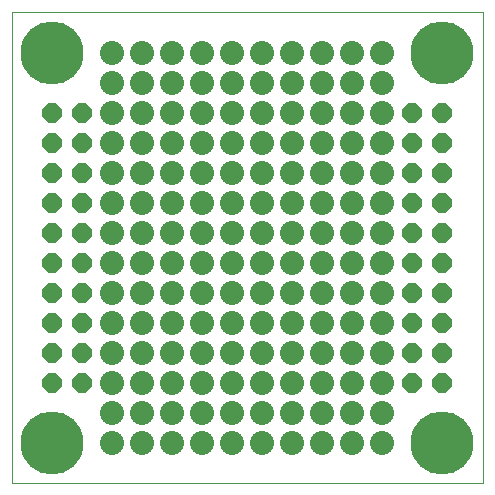
<source format=gbr>
G75*
%MOIN*%
%OFA0B0*%
%FSLAX24Y24*%
%IPPOS*%
%LPD*%
%AMOC8*
5,1,8,0,0,1.08239X$1,22.5*
%
%ADD10C,0.0010*%
%ADD11OC8,0.0640*%
%ADD12C,0.2100*%
%ADD13C,0.0800*%
D10*
X000160Y000160D02*
X000160Y015860D01*
X015860Y015860D01*
X015860Y000160D01*
X000160Y000160D01*
D11*
X001510Y003510D03*
X002510Y003510D03*
X002510Y004510D03*
X002510Y005510D03*
X002510Y006510D03*
X002510Y007510D03*
X001510Y007510D03*
X001510Y006510D03*
X001510Y005510D03*
X001510Y004510D03*
X001510Y008510D03*
X001510Y009510D03*
X001510Y010510D03*
X001510Y011510D03*
X002510Y011510D03*
X002510Y010510D03*
X002510Y009510D03*
X002510Y008510D03*
X002510Y012510D03*
X001510Y012510D03*
X013510Y012510D03*
X014510Y012510D03*
X014510Y011510D03*
X014510Y010510D03*
X014510Y009510D03*
X014510Y008510D03*
X013510Y008510D03*
X013510Y009510D03*
X013510Y010510D03*
X013510Y011510D03*
X013510Y007510D03*
X013510Y006510D03*
X013510Y005510D03*
X013510Y004510D03*
X014510Y004510D03*
X014510Y005510D03*
X014510Y006510D03*
X014510Y007510D03*
X014510Y003510D03*
X013510Y003510D03*
D12*
X014510Y001510D03*
X014510Y014510D03*
X001510Y014510D03*
X001510Y001510D03*
D13*
X003510Y001510D03*
X003510Y002510D03*
X003510Y003510D03*
X003510Y004510D03*
X003510Y005510D03*
X003510Y006510D03*
X003510Y007510D03*
X003510Y008510D03*
X003510Y009510D03*
X003510Y010510D03*
X003510Y011510D03*
X003510Y012510D03*
X003510Y013510D03*
X003510Y014510D03*
X004510Y014510D03*
X004510Y013510D03*
X004510Y012510D03*
X005510Y012510D03*
X005510Y013510D03*
X005510Y014510D03*
X006510Y014510D03*
X006510Y013510D03*
X006510Y012510D03*
X007510Y012510D03*
X007510Y013510D03*
X007510Y014510D03*
X008510Y014510D03*
X008510Y013510D03*
X008510Y012510D03*
X009510Y012510D03*
X009510Y013510D03*
X009510Y014510D03*
X010510Y014510D03*
X010510Y013510D03*
X010510Y012510D03*
X011510Y012510D03*
X011510Y013510D03*
X011510Y014510D03*
X012510Y014510D03*
X012510Y013510D03*
X012510Y012510D03*
X012510Y011510D03*
X012510Y010510D03*
X012510Y009510D03*
X012510Y008510D03*
X012510Y007510D03*
X012510Y006510D03*
X012510Y005510D03*
X012510Y004510D03*
X012510Y003510D03*
X012510Y002510D03*
X012510Y001510D03*
X011510Y001510D03*
X011510Y002510D03*
X011510Y003510D03*
X010510Y003510D03*
X010510Y002510D03*
X010510Y001510D03*
X009510Y001510D03*
X009510Y002510D03*
X009510Y003510D03*
X008510Y003510D03*
X008510Y002510D03*
X008510Y001510D03*
X007510Y001510D03*
X007510Y002510D03*
X007510Y003510D03*
X006510Y003510D03*
X006510Y002510D03*
X006510Y001510D03*
X005510Y001510D03*
X005510Y002510D03*
X005510Y003510D03*
X004510Y003510D03*
X004510Y002510D03*
X004510Y001510D03*
X004510Y004510D03*
X004510Y005510D03*
X004510Y006510D03*
X004510Y007510D03*
X005510Y007510D03*
X005510Y006510D03*
X005510Y005510D03*
X005510Y004510D03*
X006510Y004510D03*
X006510Y005510D03*
X006510Y006510D03*
X006510Y007510D03*
X007510Y007510D03*
X007510Y006510D03*
X007510Y005510D03*
X007510Y004510D03*
X008510Y004510D03*
X008510Y005510D03*
X008510Y006510D03*
X008510Y007510D03*
X009510Y007510D03*
X009510Y006510D03*
X009510Y005510D03*
X009510Y004510D03*
X010510Y004510D03*
X010510Y005510D03*
X010510Y006510D03*
X010510Y007510D03*
X011510Y007510D03*
X011510Y006510D03*
X011510Y005510D03*
X011510Y004510D03*
X011510Y008510D03*
X011510Y009510D03*
X011510Y010510D03*
X011510Y011510D03*
X010510Y011510D03*
X010510Y010510D03*
X010510Y009510D03*
X010510Y008510D03*
X009510Y008510D03*
X009510Y009510D03*
X009510Y010510D03*
X009510Y011510D03*
X008510Y011510D03*
X008510Y010510D03*
X008510Y009510D03*
X008510Y008510D03*
X007510Y008510D03*
X007510Y009510D03*
X007510Y010510D03*
X007510Y011510D03*
X006510Y011510D03*
X006510Y010510D03*
X006510Y009510D03*
X006510Y008510D03*
X005510Y008510D03*
X005510Y009510D03*
X005510Y010510D03*
X005510Y011510D03*
X004510Y011510D03*
X004510Y010510D03*
X004510Y009510D03*
X004510Y008510D03*
M02*

</source>
